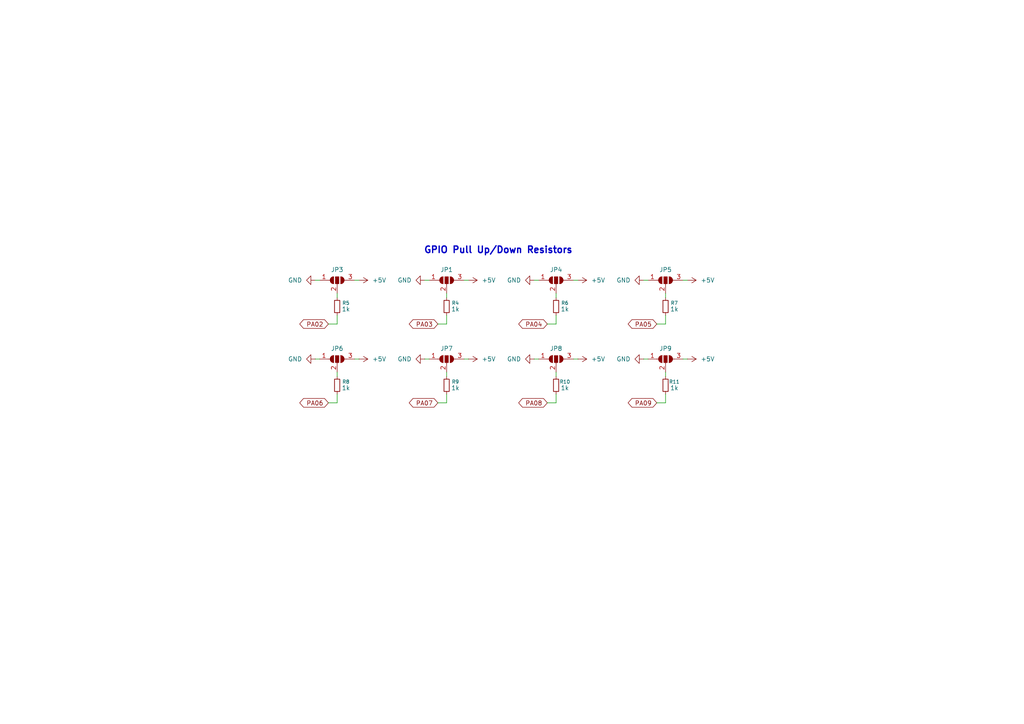
<source format=kicad_sch>
(kicad_sch (version 20250114) (generator "eeschema") (generator_version "9.0")
  (paper "A4")
  (lib_symbols
    (symbol "Device:R_Small" (pin_numbers (hide yes)) (pin_names (offset 0.254) (hide yes))
      (property "Reference" "R" (at 0 0 90))
      (property "Value" "R_Small" (at 1.778 0 90))
      (symbol "R_Small_0_1"
        (rectangle (start -0.762 1.778) (end 0.762 -1.778) (stroke (width 0.2032)))
      )
      (symbol "R_Small_1_1"
        (pin passive line (at 0 2.54 270) (length 0.762) (name "~") (number "1"))
        (pin passive line (at 0 -2.54 90) (length 0.762) (name "~") (number "2"))
      )
    )
    (symbol "Jumper:SolderJumper_3_Open" (pin_names (offset 0) (hide yes)) (in_bom no)
      (property "Reference" "JP" (at -2.54 -2.54 0))
      (property "Value" "SolderJumper_3_Open" (at 0 2.794 0))
      (symbol "SolderJumper_3_Open_0_1"
        (polyline (pts (xy -2.54 0) (xy -2.032 0)))
        (polyline (pts (xy -1.016 1.016) (xy -1.016 -1.016)))
        (arc (start -1.016 -1.016) (mid -2.0276 0) (end -1.016 1.016))
        (arc (start -1.016 -1.016) (mid -2.0276 0) (end -1.016 1.016) (fill (type outline)))
        (rectangle (start -0.508 1.016) (end 0.508 -1.016) (fill (type outline)))
        (polyline (pts (xy 0 -1.27) (xy 0 -1.016)))
        (arc (start 1.016 1.016) (mid 2.0276 0) (end 1.016 -1.016))
        (arc (start 1.016 1.016) (mid 2.0276 0) (end 1.016 -1.016) (fill (type outline)))
        (polyline (pts (xy 1.016 1.016) (xy 1.016 -1.016)))
        (polyline (pts (xy 2.54 0) (xy 2.032 0)))
      )
      (symbol "SolderJumper_3_Open_1_1"
        (pin passive line (at -5.08 0 0) (length 2.54) (name "A") (number "1"))
        (pin passive line (at 0 -3.81 90) (length 2.54) (name "C") (number "2"))
        (pin passive line (at 5.08 0 180) (length 2.54) (name "B") (number "3"))
      )
    )
    (symbol "power:+5V" (power) (pin_numbers (hide yes)) (pin_names (offset 0) (hide yes))
      (property "Value" "+5V" (at 0 3.556 0))
      (symbol "+5V_0_1"
        (polyline (pts (xy -0.762 1.27) (xy 0 2.54)))
        (polyline (pts (xy 0 2.54) (xy 0.762 1.27)))
        (polyline (pts (xy 0 0) (xy 0 2.54)))
      )
      (symbol "+5V_1_1"
        (pin power_in line (at 0 0 90) (length 0) (name "~") (number "1"))
      )
    )
    (symbol "power:GND" (power) (pin_numbers (hide yes)) (pin_names (offset 0) (hide yes))
      (property "Value" "GND" (at 0 -3.81 0))
      (symbol "GND_0_1"
        (polyline (pts (xy 0 0) (xy 0 -1.27) (xy 1.27 -1.27) (xy 0 -2.54) (xy -1.27 -1.27) (xy 0 -1.27)))
      )
      (symbol "GND_1_1"
        (pin power_in line (at 0 0 270) (length 0) (name "~") (number "1"))
      )
    )
  )
  (text "GPIO Pull Up/Down Resistors" (at 144.526 72.644 0) (effects (font (size 1.905 1.905) (thickness 0.381) (bold yes))))
  (wire (pts (xy 102.87 81.28) (xy 104.14 81.28)))
  (wire (pts (xy 127 93.98) (xy 129.54 93.98)))
  (wire (pts (xy 127 116.84) (xy 129.54 116.84)))
  (wire (pts (xy 95.25 116.84) (xy 97.79 116.84)))
  (wire (pts (xy 95.25 93.98) (xy 97.79 93.98)))
  (wire (pts (xy 91.44 104.14) (xy 92.71 104.14)))
  (wire (pts (xy 193.04 93.98) (xy 193.04 91.44)))
  (wire (pts (xy 97.79 85.09) (xy 97.79 86.36)))
  (wire (pts (xy 193.04 107.95) (xy 193.04 109.22)))
  (wire (pts (xy 161.29 85.09) (xy 161.29 86.36)))
  (wire (pts (xy 97.79 116.84) (xy 97.79 114.3)))
  (wire (pts (xy 158.75 116.84) (xy 161.29 116.84)))
  (wire (pts (xy 97.79 107.95) (xy 97.79 109.22)))
  (wire (pts (xy 123.19 104.14) (xy 124.46 104.14)))
  (wire (pts (xy 166.37 104.14) (xy 167.64 104.14)))
  (wire (pts (xy 193.04 85.09) (xy 193.04 86.36)))
  (wire (pts (xy 158.75 93.98) (xy 161.29 93.98)))
  (wire (pts (xy 198.12 104.14) (xy 199.39 104.14)))
  (wire (pts (xy 190.5 93.98) (xy 193.04 93.98)))
  (wire (pts (xy 186.69 81.28) (xy 187.96 81.28)))
  (wire (pts (xy 129.54 107.95) (xy 129.54 109.22)))
  (wire (pts (xy 129.54 93.98) (xy 129.54 91.44)))
  (wire (pts (xy 123.19 81.28) (xy 124.46 81.28)))
  (wire (pts (xy 190.5 116.84) (xy 193.04 116.84)))
  (wire (pts (xy 166.37 81.28) (xy 167.64 81.28)))
  (wire (pts (xy 129.54 116.84) (xy 129.54 114.3)))
  (wire (pts (xy 161.29 107.95) (xy 161.29 109.22)))
  (wire (pts (xy 134.62 81.28) (xy 135.89 81.28)))
  (wire (pts (xy 154.94 81.28) (xy 156.21 81.28)))
  (wire (pts (xy 154.94 104.14) (xy 156.21 104.14)))
  (wire (pts (xy 97.79 93.98) (xy 97.79 91.44)))
  (wire (pts (xy 102.87 104.14) (xy 104.14 104.14)))
  (wire (pts (xy 193.04 116.84) (xy 193.04 114.3)))
  (wire (pts (xy 186.69 104.14) (xy 187.96 104.14)))
  (wire (pts (xy 134.62 104.14) (xy 135.89 104.14)))
  (wire (pts (xy 198.12 81.28) (xy 199.39 81.28)))
  (wire (pts (xy 91.44 81.28) (xy 92.71 81.28)))
  (wire (pts (xy 161.29 93.98) (xy 161.29 91.44)))
  (wire (pts (xy 161.29 116.84) (xy 161.29 114.3)))
  (wire (pts (xy 129.54 85.09) (xy 129.54 86.36)))
  (global_label "PA05" (shape bidirectional) (at 190.5 93.98 180) (property "Intersheetrefs" "${INTERSHEET_REFS}" (effects (hide yes))))
  (global_label "PA06" (shape bidirectional) (at 95.25 116.84 180) (property "Intersheetrefs" "${INTERSHEET_REFS}" (effects (hide yes))))
  (global_label "PA09" (shape bidirectional) (at 190.5 116.84 180) (property "Intersheetrefs" "${INTERSHEET_REFS}" (effects (hide yes))))
  (global_label "PA08" (shape bidirectional) (at 158.75 116.84 180) (property "Intersheetrefs" "${INTERSHEET_REFS}" (effects (hide yes))))
  (global_label "PA07" (shape bidirectional) (at 127 116.84 180) (property "Intersheetrefs" "${INTERSHEET_REFS}" (effects (hide yes))))
  (global_label "PA02" (shape bidirectional) (at 95.25 93.98 180) (property "Intersheetrefs" "${INTERSHEET_REFS}" (effects (hide yes))))
  (global_label "PA04" (shape bidirectional) (at 158.75 93.98 180) (property "Intersheetrefs" "${INTERSHEET_REFS}" (effects (hide yes))))
  (global_label "PA03" (shape bidirectional) (at 127 93.98 180) (property "Intersheetrefs" "${INTERSHEET_REFS}" (effects (hide yes))))
  (symbol (lib_id "Device:R_Small") (at 161.29 111.76 180) (unit 1)
    (property "Reference" "R10" (at 163.83 110.744 0) (effects (font (size 1.016 1.016))))
    (property "Value" "1k" (at 163.83 112.522 0))
    (property "Footprint" "Resistor_SMD:R_0201_0603Metric" (effects (hide yes)))
    (property "Description" "Resistor, small symbol" (effects (hide yes)))
  )
  (symbol (lib_id "power:+5V") (at 167.64 104.14 270) (unit 1)
    (property "Reference" "#PWR040" (effects (hide yes)))
    (property "Value" "+5V" (at 171.45 104.1399 90) (effects (justify left)))
    (property "Description" "Power symbol creates a global label with name \"+5V\"" (effects (hide yes)))
  )
  (symbol (lib_id "power:GND") (at 123.19 81.28 270) (unit 1)
    (property "Reference" "#PWR018" (effects (hide yes)))
    (property "Value" "GND" (at 119.38 81.2799 90) (effects (justify right)))
    (property "Description" "Power symbol creates a global label with name \"GND\" , ground" (effects (hide yes)))
  )
  (symbol (lib_id "power:GND") (at 91.44 81.28 270) (unit 1)
    (property "Reference" "#PWR029" (effects (hide yes)))
    (property "Value" "GND" (at 87.63 81.2799 90) (effects (justify right)))
    (property "Description" "Power symbol creates a global label with name \"GND\" , ground" (effects (hide yes)))
  )
  (symbol (lib_id "Jumper:SolderJumper_3_Open") (at 97.79 104.14 0) (unit 1) (in_bom no)
    (property "Reference" "JP6" (at 97.79 101.092 0))
    (property "Value" "SolderJumper_3_Open" (effects (hide yes)))
    (property "Footprint" "SolderJumperSmall:Jumper3Small" (effects (hide yes)))
    (property "Description" "Solder Jumper, 3-pole, open" (effects (hide yes)))
  )
  (symbol (lib_id "power:GND") (at 186.69 104.14 270) (unit 1)
    (property "Reference" "#PWR041" (effects (hide yes)))
    (property "Value" "GND" (at 182.88 104.1399 90) (effects (justify right)))
    (property "Description" "Power symbol creates a global label with name \"GND\" , ground" (effects (hide yes)))
  )
  (symbol (lib_id "Jumper:SolderJumper_3_Open") (at 193.04 104.14 0) (unit 1) (in_bom no)
    (property "Reference" "JP9" (at 193.04 101.092 0))
    (property "Value" "SolderJumper_3_Open" (effects (hide yes)))
    (property "Footprint" "SolderJumperSmall:Jumper3Small" (effects (hide yes)))
    (property "Description" "Solder Jumper, 3-pole, open" (effects (hide yes)))
  )
  (symbol (lib_id "Device:R_Small") (at 193.04 111.76 180) (unit 1)
    (property "Reference" "R11" (at 195.58 110.744 0) (effects (font (size 1.016 1.016))))
    (property "Value" "1k" (at 195.58 112.522 0))
    (property "Footprint" "Resistor_SMD:R_0201_0603Metric" (effects (hide yes)))
    (property "Description" "Resistor, small symbol" (effects (hide yes)))
  )
  (symbol (lib_id "power:+5V") (at 104.14 104.14 270) (unit 1)
    (property "Reference" "#PWR036" (effects (hide yes)))
    (property "Value" "+5V" (at 107.95 104.1399 90) (effects (justify left)))
    (property "Description" "Power symbol creates a global label with name \"+5V\"" (effects (hide yes)))
  )
  (symbol (lib_id "power:+5V") (at 199.39 104.14 270) (unit 1)
    (property "Reference" "#PWR042" (effects (hide yes)))
    (property "Value" "+5V" (at 203.2 104.1399 90) (effects (justify left)))
    (property "Description" "Power symbol creates a global label with name \"+5V\"" (effects (hide yes)))
  )
  (symbol (lib_id "Device:R_Small") (at 97.79 88.9 180) (unit 1)
    (property "Reference" "R5" (at 100.33 87.884 0) (effects (font (size 1.016 1.016))))
    (property "Value" "1k" (at 100.33 89.662 0))
    (property "Footprint" "Resistor_SMD:R_0201_0603Metric" (effects (hide yes)))
    (property "Description" "Resistor, small symbol" (effects (hide yes)))
  )
  (symbol (lib_id "Jumper:SolderJumper_3_Open") (at 97.79 81.28 0) (unit 1) (in_bom no)
    (property "Reference" "JP3" (at 97.79 78.232 0))
    (property "Value" "SolderJumper_3_Open" (effects (hide yes)))
    (property "Footprint" "SolderJumperSmall:Jumper3Small" (effects (hide yes)))
    (property "Description" "Solder Jumper, 3-pole, open" (effects (hide yes)))
  )
  (symbol (lib_id "Jumper:SolderJumper_3_Open") (at 161.29 104.14 0) (unit 1) (in_bom no)
    (property "Reference" "JP8" (at 161.29 101.092 0))
    (property "Value" "SolderJumper_3_Open" (effects (hide yes)))
    (property "Footprint" "SolderJumperSmall:Jumper3Small" (effects (hide yes)))
    (property "Description" "Solder Jumper, 3-pole, open" (effects (hide yes)))
  )
  (symbol (lib_id "power:GND") (at 154.94 81.28 270) (unit 1)
    (property "Reference" "#PWR031" (effects (hide yes)))
    (property "Value" "GND" (at 151.13 81.2799 90) (effects (justify right)))
    (property "Description" "Power symbol creates a global label with name \"GND\" , ground" (effects (hide yes)))
  )
  (symbol (lib_id "power:GND") (at 91.44 104.14 270) (unit 1)
    (property "Reference" "#PWR035" (effects (hide yes)))
    (property "Value" "GND" (at 87.63 104.1399 90) (effects (justify right)))
    (property "Description" "Power symbol creates a global label with name \"GND\" , ground" (effects (hide yes)))
  )
  (symbol (lib_id "power:GND") (at 123.19 104.14 270) (unit 1)
    (property "Reference" "#PWR037" (effects (hide yes)))
    (property "Value" "GND" (at 119.38 104.1399 90) (effects (justify right)))
    (property "Description" "Power symbol creates a global label with name \"GND\" , ground" (effects (hide yes)))
  )
  (symbol (lib_id "power:GND") (at 154.94 104.14 270) (unit 1)
    (property "Reference" "#PWR039" (effects (hide yes)))
    (property "Value" "GND" (at 151.13 104.1399 90) (effects (justify right)))
    (property "Description" "Power symbol creates a global label with name \"GND\" , ground" (effects (hide yes)))
  )
  (symbol (lib_id "Device:R_Small") (at 193.04 88.9 180) (unit 1)
    (property "Reference" "R7" (at 195.58 87.884 0) (effects (font (size 1.016 1.016))))
    (property "Value" "1k" (at 195.58 89.662 0))
    (property "Footprint" "Resistor_SMD:R_0201_0603Metric" (effects (hide yes)))
    (property "Description" "Resistor, small symbol" (effects (hide yes)))
  )
  (symbol (lib_id "power:+5V") (at 199.39 81.28 270) (unit 1)
    (property "Reference" "#PWR034" (effects (hide yes)))
    (property "Value" "+5V" (at 203.2 81.2799 90) (effects (justify left)))
    (property "Description" "Power symbol creates a global label with name \"+5V\"" (effects (hide yes)))
  )
  (symbol (lib_id "Jumper:SolderJumper_3_Open") (at 193.04 81.28 0) (unit 1) (in_bom no)
    (property "Reference" "JP5" (at 193.04 78.232 0))
    (property "Value" "SolderJumper_3_Open" (effects (hide yes)))
    (property "Footprint" "SolderJumperSmall:Jumper3Small" (effects (hide yes)))
    (property "Description" "Solder Jumper, 3-pole, open" (effects (hide yes)))
  )
  (symbol (lib_id "Device:R_Small") (at 161.29 88.9 180) (unit 1)
    (property "Reference" "R6" (at 163.83 87.884 0) (effects (font (size 1.016 1.016))))
    (property "Value" "1k" (at 163.83 89.662 0))
    (property "Footprint" "Resistor_SMD:R_0201_0603Metric" (effects (hide yes)))
    (property "Description" "Resistor, small symbol" (effects (hide yes)))
  )
  (symbol (lib_id "power:+5V") (at 104.14 81.28 270) (unit 1)
    (property "Reference" "#PWR030" (effects (hide yes)))
    (property "Value" "+5V" (at 107.95 81.2799 90) (effects (justify left)))
    (property "Description" "Power symbol creates a global label with name \"+5V\"" (effects (hide yes)))
  )
  (symbol (lib_id "Jumper:SolderJumper_3_Open") (at 129.54 81.28 0) (unit 1) (in_bom no)
    (property "Reference" "JP1" (at 129.54 78.232 0))
    (property "Value" "SolderJumper_3_Open" (effects (hide yes)))
    (property "Footprint" "SolderJumperSmall:Jumper3Small" (effects (hide yes)))
    (property "Description" "Solder Jumper, 3-pole, open" (effects (hide yes)))
  )
  (symbol (lib_id "Jumper:SolderJumper_3_Open") (at 129.54 104.14 0) (unit 1) (in_bom no)
    (property "Reference" "JP7" (at 129.54 101.092 0))
    (property "Value" "SolderJumper_3_Open" (effects (hide yes)))
    (property "Footprint" "SolderJumperSmall:Jumper3Small" (effects (hide yes)))
    (property "Description" "Solder Jumper, 3-pole, open" (effects (hide yes)))
  )
  (symbol (lib_id "power:+5V") (at 167.64 81.28 270) (unit 1)
    (property "Reference" "#PWR032" (effects (hide yes)))
    (property "Value" "+5V" (at 171.45 81.2799 90) (effects (justify left)))
    (property "Description" "Power symbol creates a global label with name \"+5V\"" (effects (hide yes)))
  )
  (symbol (lib_id "Device:R_Small") (at 129.54 88.9 180) (unit 1)
    (property "Reference" "R4" (at 132.08 87.884 0) (effects (font (size 1.016 1.016))))
    (property "Value" "1k" (at 132.08 89.662 0))
    (property "Footprint" "Resistor_SMD:R_0201_0603Metric" (effects (hide yes)))
    (property "Description" "Resistor, small symbol" (effects (hide yes)))
  )
  (symbol (lib_id "Device:R_Small") (at 129.54 111.76 180) (unit 1)
    (property "Reference" "R9" (at 132.08 110.744 0) (effects (font (size 1.016 1.016))))
    (property "Value" "1k" (at 132.08 112.522 0))
    (property "Footprint" "Resistor_SMD:R_0201_0603Metric" (effects (hide yes)))
    (property "Description" "Resistor, small symbol" (effects (hide yes)))
  )
  (symbol (lib_id "Jumper:SolderJumper_3_Open") (at 161.29 81.28 0) (unit 1) (in_bom no)
    (property "Reference" "JP4" (at 161.29 78.232 0))
    (property "Value" "SolderJumper_3_Open" (effects (hide yes)))
    (property "Footprint" "SolderJumperSmall:Jumper3Small" (effects (hide yes)))
    (property "Description" "Solder Jumper, 3-pole, open" (effects (hide yes)))
  )
  (symbol (lib_id "power:GND") (at 186.69 81.28 270) (unit 1)
    (property "Reference" "#PWR033" (effects (hide yes)))
    (property "Value" "GND" (at 182.88 81.2799 90) (effects (justify right)))
    (property "Description" "Power symbol creates a global label with name \"GND\" , ground" (effects (hide yes)))
  )
  (symbol (lib_id "power:+5V") (at 135.89 81.28 270) (unit 1)
    (property "Reference" "#PWR028" (effects (hide yes)))
    (property "Value" "+5V" (at 139.7 81.2799 90) (effects (justify left)))
    (property "Description" "Power symbol creates a global label with name \"+5V\"" (effects (hide yes)))
  )
  (symbol (lib_id "Device:R_Small") (at 97.79 111.76 180) (unit 1)
    (property "Reference" "R8" (at 100.33 110.744 0) (effects (font (size 1.016 1.016))))
    (property "Value" "1k" (at 100.33 112.522 0))
    (property "Footprint" "Resistor_SMD:R_0201_0603Metric" (effects (hide yes)))
    (property "Description" "Resistor, small symbol" (effects (hide yes)))
  )
  (symbol (lib_id "power:+5V") (at 135.89 104.14 270) (unit 1)
    (property "Reference" "#PWR038" (effects (hide yes)))
    (property "Value" "+5V" (at 139.7 104.1399 90) (effects (justify left)))
    (property "Description" "Power symbol creates a global label with name \"+5V\"" (effects (hide yes)))
  )
)
</source>
